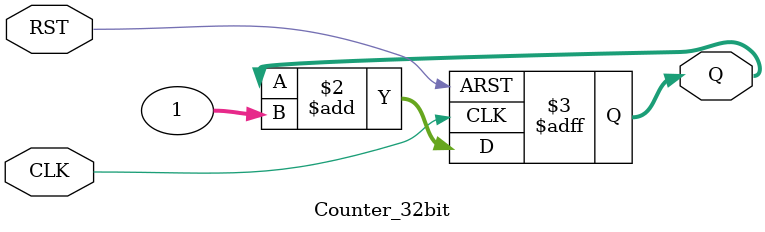
<source format=v>
module Counter_32bit (
    input wire CLK,            // Clock signal
    input wire RST,            // Asynchronous reset (active-high)
    output reg [31:0] Q        // 32-bit counter output
);

    always @(posedge CLK or posedge RST) begin
        if (RST)
            Q <= 32'b0;  // Reset counter to 0
        else
            Q <= Q + 1;  // Increment counter by 1 on each clock cycle
    end

endmodule

</source>
